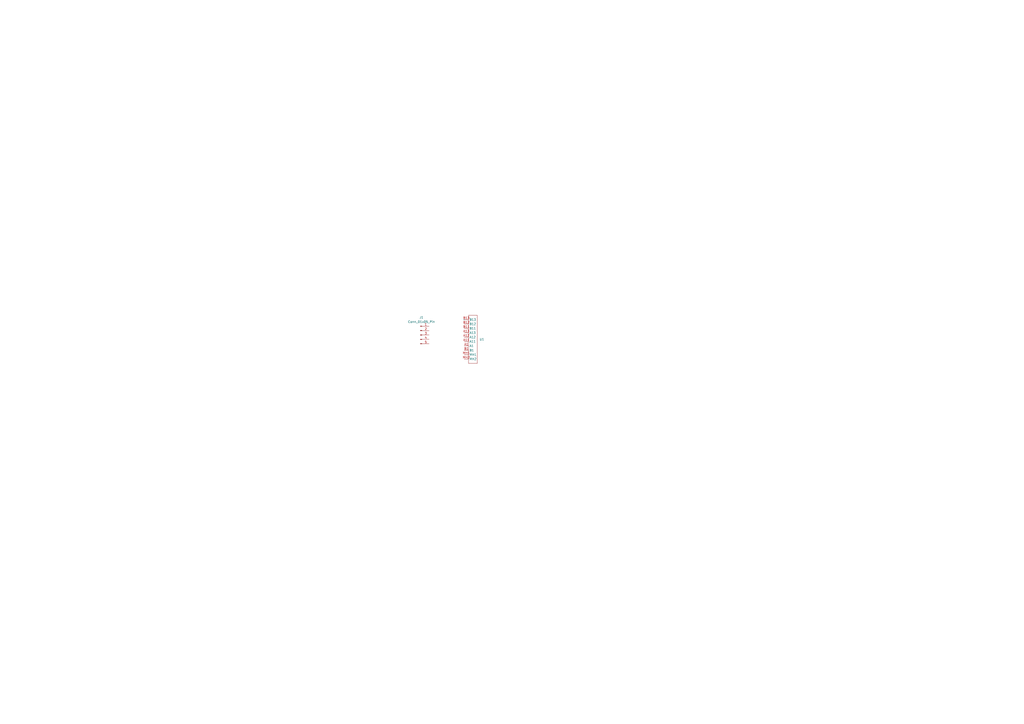
<source format=kicad_sch>
(kicad_sch (version 20230121) (generator eeschema)
  (paper "A2")
  (lib_symbols
    (symbol "Connector:Conn_01x05_Pin" (pin_names (offset 1.016) hide)
      (property "Reference" "J" (at 0 7.62 0))
      (property "Value" "Conn_01x05_Pin" (at 0 -7.62 0))
      (symbol "Conn_01x05_Pin_1_1"
        (polyline (pts (xy 1.27 -5.08) (xy 0.8636 -5.08)) (stroke (width 0.1524)))
        (polyline (pts (xy 1.27 -2.54) (xy 0.8636 -2.54)) (stroke (width 0.1524)))
        (polyline (pts (xy 1.27 0) (xy 0.8636 0)) (stroke (width 0.1524)))
        (polyline (pts (xy 1.27 2.54) (xy 0.8636 2.54)) (stroke (width 0.1524)))
        (polyline (pts (xy 1.27 5.08) (xy 0.8636 5.08)) (stroke (width 0.1524)))
        (rectangle (start 0.8636 -4.953) (end 0 -5.207) (stroke (width 0.1524)) (fill (type outline)))
        (rectangle (start 0.8636 -2.413) (end 0 -2.667) (stroke (width 0.1524)) (fill (type outline)))
        (rectangle (start 0.8636 0.127) (end 0 -0.127) (stroke (width 0.1524)) (fill (type outline)))
        (rectangle (start 0.8636 2.667) (end 0 2.413) (stroke (width 0.1524)) (fill (type outline)))
        (rectangle (start 0.8636 5.207) (end 0 4.953) (stroke (width 0.1524)) (fill (type outline)))
        (pin passive line (at 5.08 5.08 180) (length 3.81) (name "Pin_1") (number "1"))
        (pin passive line (at 5.08 2.54 180) (length 3.81) (name "Pin_2") (number "2"))
        (pin passive line (at 5.08 0 180) (length 3.81) (name "Pin_3") (number "3"))
        (pin passive line (at 5.08 -2.54 180) (length 3.81) (name "Pin_4") (number "4"))
        (pin passive line (at 5.08 -5.08 180) (length 3.81) (name "Pin_5") (number "5"))
      )
    )
    (symbol "ProControllerX:StickBox"
      (property "Reference" "U" (at 2.54 2.54 0))
      (symbol "StickBox_0_1"
        (rectangle (start 0 2.54) (end 5.08 -25.4))
      )
      (symbol "StickBox_1_1"
        (pin input line (at -2.54 -15.24 0) (length 2.54) (name "A1") (number "A1"))
        (pin input line (at -2.54 -12.7 0) (length 2.54) (name "A11") (number "A11"))
        (pin input line (at -2.54 -10.16 0) (length 2.54) (name "A12") (number "A12"))
        (pin input line (at -2.54 -7.62 0) (length 2.54) (name "A13") (number "A13"))
        (pin input line (at -2.54 -17.78 0) (length 2.54) (name "B1") (number "B1"))
        (pin input line (at -2.54 -5.08 0) (length 2.54) (name "B11") (number "B11"))
        (pin input line (at -2.54 -2.54 0) (length 2.54) (name "B12") (number "B12"))
        (pin input line (at -2.54 0 0) (length 2.54) (name "B13") (number "B13"))
        (pin input line (at -2.54 -20.32 0) (length 2.54) (name "MH1") (number "MH1"))
        (pin input line (at -2.54 -22.86 0) (length 2.54) (name "MH2") (number "MH2"))
      )
    )
  )
  (symbol (lib_id "Connector:Conn_01x05_Pin") (at 243.84 194.31 0) (unit 1)
    (property "Reference" "J1" (at 244.475 184.15 0))
    (property "Value" "Conn_01x05_Pin" (at 244.475 186.69 0))
    (property "Footprint" "Connector_PinHeader_2.54mm:PinHeader_1x05_P2.54mm_Horizontal" (effects hide))
  )
  (symbol (lib_id "ProControllerX:StickBox") (at 271.78 185.42 0) (unit 1)
    (property "Reference" "U1" (at 278.13 196.85 0) (effects (justify left)))
    (property "Value" "~" (at 269.24 185.42 0))
    (property "Footprint" "ProControllerX:LJoystick" (effects hide))
  )
)
</source>
